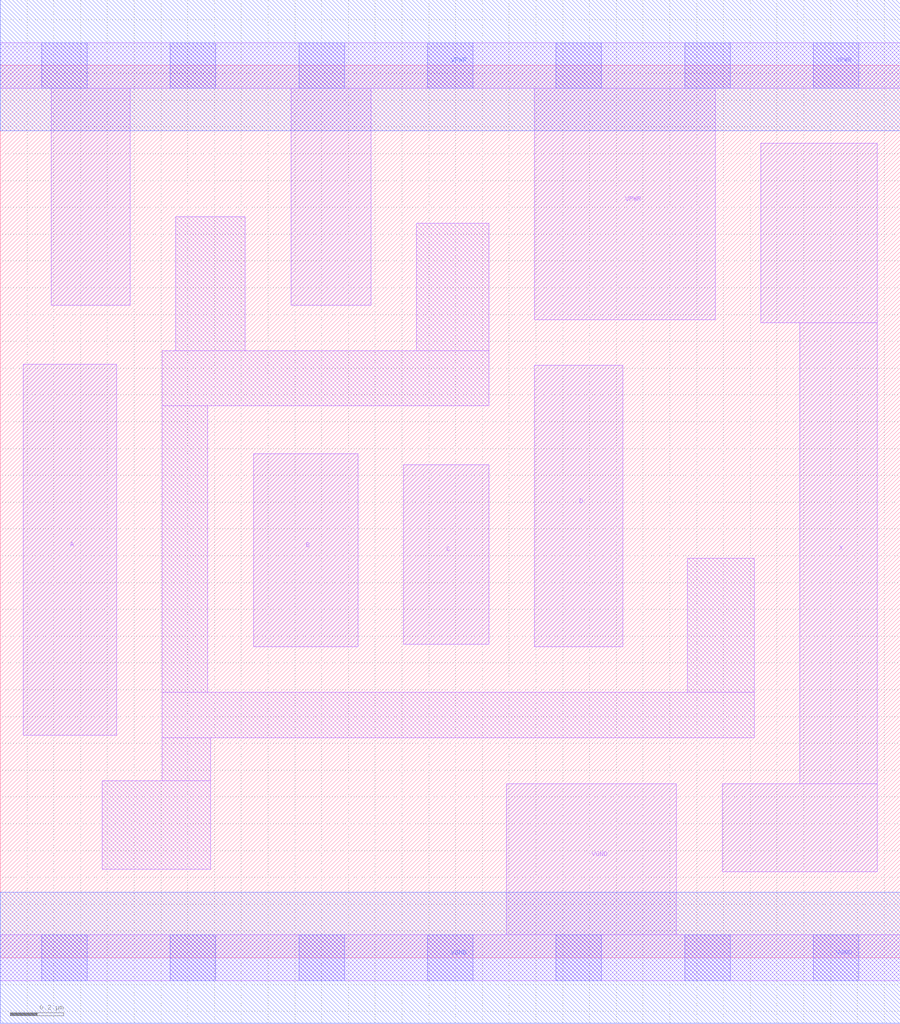
<source format=lef>
# Copyright 2020 The SkyWater PDK Authors
#
# Licensed under the Apache License, Version 2.0 (the "License");
# you may not use this file except in compliance with the License.
# You may obtain a copy of the License at
#
#     https://www.apache.org/licenses/LICENSE-2.0
#
# Unless required by applicable law or agreed to in writing, software
# distributed under the License is distributed on an "AS IS" BASIS,
# WITHOUT WARRANTIES OR CONDITIONS OF ANY KIND, either express or implied.
# See the License for the specific language governing permissions and
# limitations under the License.
#
# SPDX-License-Identifier: Apache-2.0

VERSION 5.7 ;
  NAMESCASESENSITIVE ON ;
  NOWIREEXTENSIONATPIN ON ;
  DIVIDERCHAR "/" ;
  BUSBITCHARS "[]" ;
UNITS
  DATABASE MICRONS 200 ;
END UNITS
MACRO sky130_fd_sc_lp__and4_0
  CLASS CORE ;
  SOURCE USER ;
  FOREIGN sky130_fd_sc_lp__and4_0 ;
  ORIGIN  0.000000  0.000000 ;
  SIZE  3.360000 BY  3.330000 ;
  SYMMETRY X Y R90 ;
  SITE unit ;
  PIN A
    ANTENNAGATEAREA  0.126000 ;
    DIRECTION INPUT ;
    USE SIGNAL ;
    PORT
      LAYER li1 ;
        RECT 0.085000 0.830000 0.435000 2.215000 ;
    END
  END A
  PIN B
    ANTENNAGATEAREA  0.126000 ;
    DIRECTION INPUT ;
    USE SIGNAL ;
    PORT
      LAYER li1 ;
        RECT 0.945000 1.160000 1.335000 1.880000 ;
    END
  END B
  PIN C
    ANTENNAGATEAREA  0.126000 ;
    DIRECTION INPUT ;
    USE SIGNAL ;
    PORT
      LAYER li1 ;
        RECT 1.505000 1.170000 1.825000 1.840000 ;
    END
  END C
  PIN D
    ANTENNAGATEAREA  0.126000 ;
    DIRECTION INPUT ;
    USE SIGNAL ;
    PORT
      LAYER li1 ;
        RECT 1.995000 1.160000 2.325000 2.210000 ;
    END
  END D
  PIN X
    ANTENNADIFFAREA  0.280900 ;
    DIRECTION OUTPUT ;
    USE SIGNAL ;
    PORT
      LAYER li1 ;
        RECT 2.695000 0.320000 3.275000 0.650000 ;
        RECT 2.840000 2.370000 3.275000 3.040000 ;
        RECT 2.985000 0.650000 3.275000 2.370000 ;
    END
  END X
  PIN VGND
    DIRECTION INOUT ;
    USE GROUND ;
    PORT
      LAYER li1 ;
        RECT 0.000000 -0.085000 3.360000 0.085000 ;
        RECT 1.890000  0.085000 2.525000 0.650000 ;
      LAYER mcon ;
        RECT 0.155000 -0.085000 0.325000 0.085000 ;
        RECT 0.635000 -0.085000 0.805000 0.085000 ;
        RECT 1.115000 -0.085000 1.285000 0.085000 ;
        RECT 1.595000 -0.085000 1.765000 0.085000 ;
        RECT 2.075000 -0.085000 2.245000 0.085000 ;
        RECT 2.555000 -0.085000 2.725000 0.085000 ;
        RECT 3.035000 -0.085000 3.205000 0.085000 ;
      LAYER met1 ;
        RECT 0.000000 -0.245000 3.360000 0.245000 ;
    END
  END VGND
  PIN VPWR
    DIRECTION INOUT ;
    USE POWER ;
    PORT
      LAYER li1 ;
        RECT 0.000000 3.245000 3.360000 3.415000 ;
        RECT 0.190000 2.435000 0.485000 3.245000 ;
        RECT 1.085000 2.435000 1.385000 3.245000 ;
        RECT 1.995000 2.380000 2.670000 3.245000 ;
      LAYER mcon ;
        RECT 0.155000 3.245000 0.325000 3.415000 ;
        RECT 0.635000 3.245000 0.805000 3.415000 ;
        RECT 1.115000 3.245000 1.285000 3.415000 ;
        RECT 1.595000 3.245000 1.765000 3.415000 ;
        RECT 2.075000 3.245000 2.245000 3.415000 ;
        RECT 2.555000 3.245000 2.725000 3.415000 ;
        RECT 3.035000 3.245000 3.205000 3.415000 ;
      LAYER met1 ;
        RECT 0.000000 3.085000 3.360000 3.575000 ;
    END
  END VPWR
  OBS
    LAYER li1 ;
      RECT 0.380000 0.330000 0.785000 0.660000 ;
      RECT 0.605000 0.660000 0.785000 0.820000 ;
      RECT 0.605000 0.820000 2.815000 0.990000 ;
      RECT 0.605000 0.990000 0.775000 2.060000 ;
      RECT 0.605000 2.060000 1.825000 2.265000 ;
      RECT 0.655000 2.265000 0.915000 2.765000 ;
      RECT 1.555000 2.265000 1.825000 2.740000 ;
      RECT 2.565000 0.990000 2.815000 1.490000 ;
  END
END sky130_fd_sc_lp__and4_0

</source>
